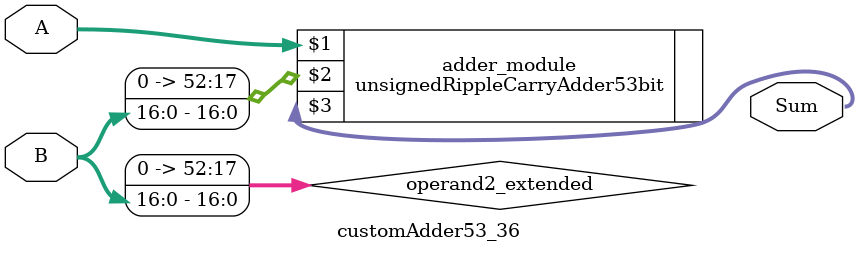
<source format=v>
module customAdder53_36(
                        input [52 : 0] A,
                        input [16 : 0] B,
                        
                        output [53 : 0] Sum
                );

        wire [52 : 0] operand2_extended;
        
        assign operand2_extended =  {36'b0, B};
        
        unsignedRippleCarryAdder53bit adder_module(
            A,
            operand2_extended,
            Sum
        );
        
        endmodule
        
</source>
